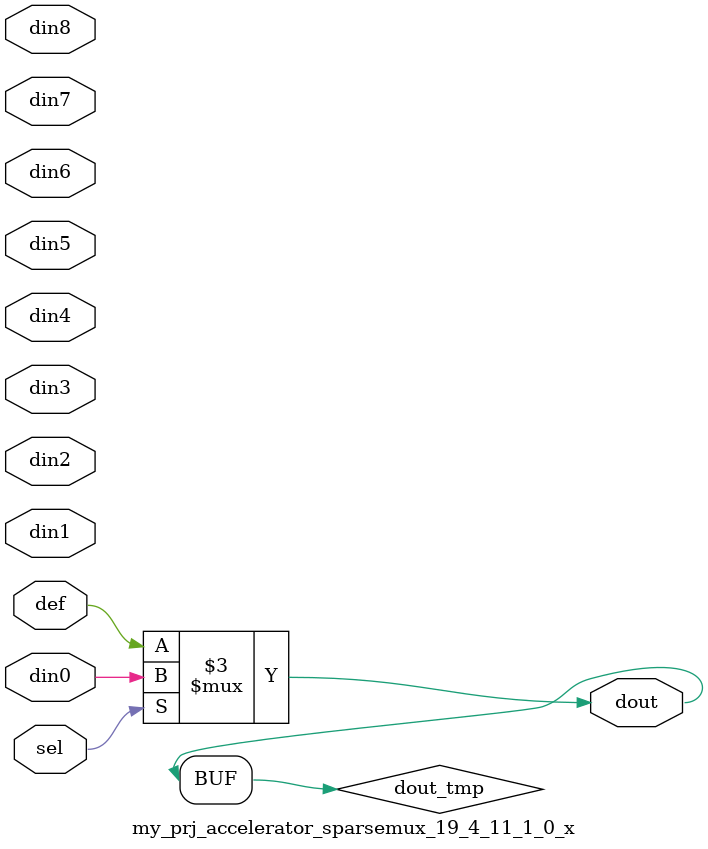
<source format=v>
`timescale 1ns / 1ps

module my_prj_accelerator_sparsemux_19_4_11_1_0_x (din0,din1,din2,din3,din4,din5,din6,din7,din8,def,sel,dout);

parameter din0_WIDTH = 1;

parameter din1_WIDTH = 1;

parameter din2_WIDTH = 1;

parameter din3_WIDTH = 1;

parameter din4_WIDTH = 1;

parameter din5_WIDTH = 1;

parameter din6_WIDTH = 1;

parameter din7_WIDTH = 1;

parameter din8_WIDTH = 1;

parameter def_WIDTH = 1;
parameter sel_WIDTH = 1;
parameter dout_WIDTH = 1;

parameter [sel_WIDTH-1:0] CASE0 = 1;

parameter [sel_WIDTH-1:0] CASE1 = 1;

parameter [sel_WIDTH-1:0] CASE2 = 1;

parameter [sel_WIDTH-1:0] CASE3 = 1;

parameter [sel_WIDTH-1:0] CASE4 = 1;

parameter [sel_WIDTH-1:0] CASE5 = 1;

parameter [sel_WIDTH-1:0] CASE6 = 1;

parameter [sel_WIDTH-1:0] CASE7 = 1;

parameter [sel_WIDTH-1:0] CASE8 = 1;

parameter ID = 1;
parameter NUM_STAGE = 1;



input [din0_WIDTH-1:0] din0;

input [din1_WIDTH-1:0] din1;

input [din2_WIDTH-1:0] din2;

input [din3_WIDTH-1:0] din3;

input [din4_WIDTH-1:0] din4;

input [din5_WIDTH-1:0] din5;

input [din6_WIDTH-1:0] din6;

input [din7_WIDTH-1:0] din7;

input [din8_WIDTH-1:0] din8;

input [def_WIDTH-1:0] def;
input [sel_WIDTH-1:0] sel;

output [dout_WIDTH-1:0] dout;



reg [dout_WIDTH-1:0] dout_tmp;

always @ (*) begin
case (sel)
    
    CASE0 : dout_tmp = din0;
    
    CASE1 : dout_tmp = din1;
    
    CASE2 : dout_tmp = din2;
    
    CASE3 : dout_tmp = din3;
    
    CASE4 : dout_tmp = din4;
    
    CASE5 : dout_tmp = din5;
    
    CASE6 : dout_tmp = din6;
    
    CASE7 : dout_tmp = din7;
    
    CASE8 : dout_tmp = din8;
    
    default : dout_tmp = def;
endcase
end


assign dout = dout_tmp;



endmodule

</source>
